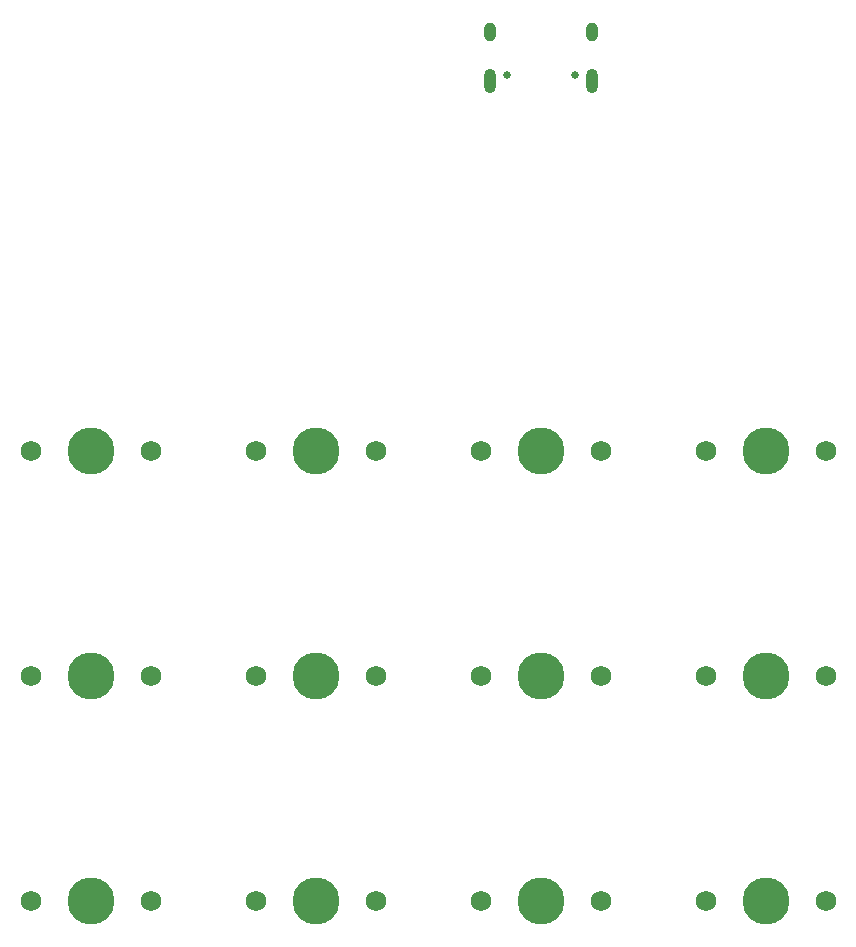
<source format=gts>
%TF.GenerationSoftware,KiCad,Pcbnew,(5.1.10)-1*%
%TF.CreationDate,2021-11-01T22:25:46+02:00*%
%TF.ProjectId,V1,56312e6b-6963-4616-945f-706362585858,rev?*%
%TF.SameCoordinates,Original*%
%TF.FileFunction,Soldermask,Top*%
%TF.FilePolarity,Negative*%
%FSLAX46Y46*%
G04 Gerber Fmt 4.6, Leading zero omitted, Abs format (unit mm)*
G04 Created by KiCad (PCBNEW (5.1.10)-1) date 2021-11-01 22:25:46*
%MOMM*%
%LPD*%
G01*
G04 APERTURE LIST*
%ADD10C,0.650000*%
%ADD11O,1.000000X2.100000*%
%ADD12O,1.000000X1.600000*%
%ADD13C,3.987800*%
%ADD14C,1.750000*%
G04 APERTURE END LIST*
D10*
%TO.C,USB1*%
X106077500Y-64193750D03*
X100297500Y-64193750D03*
D11*
X98867500Y-64723750D03*
X107507500Y-64723750D03*
D12*
X98867500Y-60543750D03*
X107507500Y-60543750D03*
%TD*%
D13*
%TO.C,MX12*%
X122237500Y-134143750D03*
D14*
X117157500Y-134143750D03*
X127317500Y-134143750D03*
%TD*%
D13*
%TO.C,MX11*%
X103187500Y-134143750D03*
D14*
X98107500Y-134143750D03*
X108267500Y-134143750D03*
%TD*%
D13*
%TO.C,MX10*%
X84137500Y-134143750D03*
D14*
X79057500Y-134143750D03*
X89217500Y-134143750D03*
%TD*%
D13*
%TO.C,MX9*%
X65087500Y-134143750D03*
D14*
X60007500Y-134143750D03*
X70167500Y-134143750D03*
%TD*%
D13*
%TO.C,MX8*%
X122237500Y-115093750D03*
D14*
X117157500Y-115093750D03*
X127317500Y-115093750D03*
%TD*%
D13*
%TO.C,MX7*%
X103187500Y-115093750D03*
D14*
X98107500Y-115093750D03*
X108267500Y-115093750D03*
%TD*%
D13*
%TO.C,MX6*%
X84137500Y-115093750D03*
D14*
X79057500Y-115093750D03*
X89217500Y-115093750D03*
%TD*%
D13*
%TO.C,MX5*%
X65087500Y-115093750D03*
D14*
X60007500Y-115093750D03*
X70167500Y-115093750D03*
%TD*%
D13*
%TO.C,MX4*%
X122237500Y-96043750D03*
D14*
X117157500Y-96043750D03*
X127317500Y-96043750D03*
%TD*%
D13*
%TO.C,MX3*%
X103187500Y-96043750D03*
D14*
X98107500Y-96043750D03*
X108267500Y-96043750D03*
%TD*%
D13*
%TO.C,MX2*%
X84137500Y-96043750D03*
D14*
X79057500Y-96043750D03*
X89217500Y-96043750D03*
%TD*%
D13*
%TO.C,MX1*%
X65087500Y-96043750D03*
D14*
X60007500Y-96043750D03*
X70167500Y-96043750D03*
%TD*%
M02*

</source>
